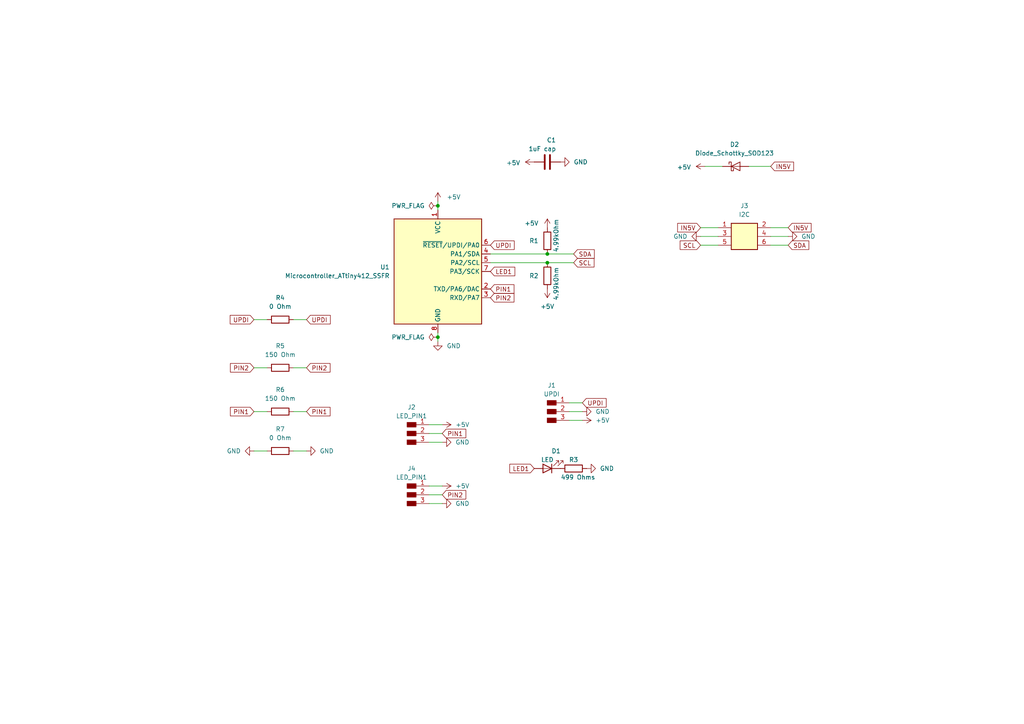
<source format=kicad_sch>
(kicad_sch (version 20231120) (generator "eeschema") (generator_version "8.0")
  (paper "A4")
  (lib_symbols
    (symbol "Device:LED" (pin_numbers hide) (pin_names (offset 1.016) hide)
      (property "Reference" "D" (at 0 2.54 0))
      (property "Value" "LED" (at 0 -2.54 0))
      (symbol "LED_0_1"
        (polyline (pts (xy -1.27 -1.27) (xy -1.27 1.27)) (stroke (width 0.254)))
        (polyline (pts (xy -1.27 0) (xy 1.27 0)))
        (polyline (pts (xy 1.27 -1.27) (xy 1.27 1.27) (xy -1.27 0) (xy 1.27 -1.27)) (stroke (width 0.254)))
        (polyline (pts (xy -3.048 -0.762) (xy -4.572 -2.286) (xy -3.81 -2.286) (xy -4.572 -2.286) (xy -4.572 -1.524)))
        (polyline (pts (xy -1.778 -0.762) (xy -3.302 -2.286) (xy -2.54 -2.286) (xy -3.302 -2.286) (xy -3.302 -1.524)))
      )
      (symbol "LED_1_1"
        (pin passive line (at -3.81 0 0) (length 2.54) (name "K") (number "1"))
        (pin passive line (at 3.81 0 180) (length 2.54) (name "A") (number "2"))
      )
    )
    (symbol "Device:R" (pin_numbers hide) (pin_names (offset 0))
      (property "Reference" "R" (at 2.032 0 90))
      (property "Value" "R" (at 0 0 90))
      (symbol "R_0_1"
        (rectangle (start -1.016 -2.54) (end 1.016 2.54) (stroke (width 0.254)))
      )
      (symbol "R_1_1"
        (pin passive line (at 0 3.81 270) (length 1.27) (name "~") (number "1"))
        (pin passive line (at 0 -3.81 90) (length 1.27) (name "~") (number "2"))
      )
    )
    (symbol "Fab:Conn_PinHeader_1x03_P2.54mm_Horizontal_SMD" (pin_names hide)
      (property "Reference" "J" (at 0 5.08 0))
      (property "Value" "Conn_PinHeader_1x03_P2.54mm_Horizontal_SMD" (at 0 -5.08 0))
      (symbol "Conn_PinHeader_1x03_P2.54mm_Horizontal_SMD_1_1"
        (rectangle (start -1.27 -1.905) (end 1.27 -3.175) (stroke (width 0.254)) (fill (type outline)))
        (rectangle (start -1.27 0.635) (end 1.27 -0.635) (stroke (width 0.254)) (fill (type outline)))
        (rectangle (start -1.27 3.175) (end 1.27 1.905) (stroke (width 0.254)) (fill (type outline)))
        (pin passive line (at 5.08 2.54 180) (length 3.81) (name "Pin_1") (number "1"))
        (pin passive line (at 5.08 0 180) (length 3.81) (name "Pin_2") (number "2"))
        (pin passive line (at 5.08 -2.54 180) (length 3.81) (name "Pin_3") (number "3"))
      )
    )
    (symbol "Fab:Conn_PinHeader_2x03_P2.54mm_Vertical_SMD" (pin_names hide)
      (property "Reference" "J" (at 0 5.08 0))
      (property "Value" "Conn_PinHeader_2x03_P2.54mm_Vertical_SMD" (at 0 -5.08 0))
      (symbol "Conn_PinHeader_2x03_P2.54mm_Vertical_SMD_1_1"
        (rectangle (start -3.81 3.81) (end 3.81 -3.81) (stroke (width 0.254)) (fill (type background)))
        (pin passive line (at -7.62 2.54 0) (length 3.81) (name "Pin_1") (number "1"))
        (pin passive line (at 7.62 2.54 180) (length 3.81) (name "Pin_2") (number "2"))
        (pin passive line (at -7.62 0 0) (length 3.81) (name "Pin_3") (number "3"))
        (pin passive line (at 7.62 0 180) (length 3.81) (name "Pin_4") (number "4"))
        (pin passive line (at -7.62 -2.54 0) (length 3.81) (name "Pin_5") (number "5"))
        (pin passive line (at 7.62 -2.54 180) (length 3.81) (name "Pin_6") (number "6"))
      )
    )
    (symbol "Fab:Diode_Schottky_SOD123" (pin_numbers hide) (pin_names (offset 1.016) hide)
      (property "Reference" "D" (at 0 2.54 0))
      (property "Value" "Diode_Schottky_SOD123" (at 0 -2.54 0))
      (symbol "Diode_Schottky_SOD123_0_1"
        (polyline (pts (xy 1.27 0) (xy -1.27 0)))
        (polyline (pts (xy 1.27 1.27) (xy 1.27 -1.27) (xy -1.27 0) (xy 1.27 1.27)) (stroke (width 0.2032)))
        (polyline (pts (xy -1.905 0.635) (xy -1.905 1.27) (xy -1.27 1.27) (xy -1.27 -1.27) (xy -0.635 -1.27) (xy -0.635 -0.635)) (stroke (width 0.2032)))
      )
      (symbol "Diode_Schottky_SOD123_1_1"
        (pin passive line (at -3.81 0 0) (length 2.54) (name "K") (number "1"))
        (pin passive line (at 3.81 0 180) (length 2.54) (name "A") (number "2"))
      )
    )
    (symbol "Fab:PWR_FLAG" (power) (pin_numbers hide) (pin_names (offset 0) hide)
      (property "Value" "PWR_FLAG" (at 0 3.81 0))
      (symbol "PWR_FLAG_0_1"
        (polyline (pts (xy 0 0) (xy 0 1.27) (xy -1.016 1.905) (xy 0 2.54) (xy 1.016 1.905) (xy 0 1.27)))
      )
      (symbol "PWR_FLAG_1_0"
        (pin power_out line (at 0 0 90) (length 0) (name "PWR_FLAG") (number "1"))
      )
    )
    (symbol "fab.kicad_sym:C" (pin_numbers hide) (pin_names (offset 0.254))
      (property "Reference" "C" (at 0.635 2.54 0))
      (property "Value" "C" (at 0.635 -2.54 0))
      (symbol "C_0_1"
        (polyline (pts (xy -2.032 -0.762) (xy 2.032 -0.762)) (stroke (width 0.508)))
        (polyline (pts (xy -2.032 0.762) (xy 2.032 0.762)) (stroke (width 0.508)))
      )
      (symbol "C_1_1"
        (pin passive line (at 0 3.81 270) (length 2.794) (name "~") (number "1"))
        (pin passive line (at 0 -3.81 90) (length 2.794) (name "~") (number "2"))
      )
    )
    (symbol "fab.kicad_sym:Microcontroller_ATtiny412_SSFR"
      (property "Reference" "U" (at -12.7 17.78 0))
      (property "Value" "Microcontroller_ATtiny412_SSFR" (at 2.54 17.78 0))
      (symbol "Microcontroller_ATtiny412_SSFR_0_1"
        (rectangle (start -12.7 -15.24) (end 12.7 15.24) (stroke (width 0.254)) (fill (type background)))
      )
      (symbol "Microcontroller_ATtiny412_SSFR_1_1"
        (pin power_in line (at 0 17.78 270) (length 2.54) (name "VCC") (number "1"))
        (pin bidirectional line (at 15.24 -5.08 180) (length 2.54) (name "TXD/PA6/DAC") (number "2"))
        (pin bidirectional line (at 15.24 -7.62 180) (length 2.54) (name "RXD/PA7") (number "3"))
        (pin bidirectional line (at 15.24 5.08 180) (length 2.54) (name "PA1/SDA") (number "4"))
        (pin bidirectional line (at 15.24 2.54 180) (length 2.54) (name "PA2/SCL") (number "5"))
        (pin bidirectional line (at 15.24 7.62 180) (length 2.54) (name "~{RESET}/UPDI/PA0") (number "6"))
        (pin bidirectional line (at 15.24 0 180) (length 2.54) (name "PA3/SCK") (number "7"))
        (pin power_in line (at 0 -17.78 90) (length 2.54) (name "GND") (number "8"))
      )
    )
    (symbol "fab.kicad_sym:Power_+5V" (power) (pin_names (offset 0))
      (property "Value" "Power_+5V" (at 0 3.556 0))
      (symbol "Power_+5V_0_1"
        (polyline (pts (xy -0.762 1.27) (xy 0 2.54)))
        (polyline (pts (xy 0 0) (xy 0 2.54)))
        (polyline (pts (xy 0 2.54) (xy 0.762 1.27)))
      )
      (symbol "Power_+5V_1_1"
        (pin power_in line (at 0 0 90) (length 0) hide (name "+5V") (number "1"))
      )
    )
    (symbol "fab.kicad_sym:Power_GND" (power) (pin_names (offset 0))
      (property "Value" "Power_GND" (at 0 -3.81 0))
      (symbol "Power_GND_0_1"
        (polyline (pts (xy 0 0) (xy 0 -1.27) (xy 1.27 -1.27) (xy 0 -2.54) (xy -1.27 -1.27) (xy 0 -1.27)))
      )
      (symbol "Power_GND_1_1"
        (pin power_in line (at 0 0 270) (length 0) hide (name "GND") (number "1"))
      )
    )
    (symbol "fab.kicad_sym:R" (pin_numbers hide) (pin_names (offset 0))
      (property "Reference" "R" (at 2.032 0 90))
      (property "Value" "R" (at 0 0 90))
      (symbol "R_0_1"
        (rectangle (start -1.016 -2.54) (end 1.016 2.54) (stroke (width 0.254)))
      )
      (symbol "R_1_1"
        (pin passive line (at 0 3.81 270) (length 1.27) (name "~") (number "1"))
        (pin passive line (at 0 -3.81 90) (length 1.27) (name "~") (number "2"))
      )
    )
  )
  (junction (at 127 59.69))
  (junction (at 158.75 73.66))
  (junction (at 127 97.79))
  (junction (at 158.75 76.2))
  (wire (pts (xy 142.24 73.66) (xy 158.75 73.66)))
  (wire (pts (xy 124.46 143.51) (xy 128.27 143.51)))
  (wire (pts (xy 168.91 116.84) (xy 165.1 116.84)))
  (wire (pts (xy 85.09 106.68) (xy 88.9 106.68)))
  (wire (pts (xy 142.24 76.2) (xy 158.75 76.2)))
  (wire (pts (xy 204.47 48.26) (xy 209.55 48.26)))
  (wire (pts (xy 168.91 119.38) (xy 165.1 119.38)))
  (wire (pts (xy 127 97.79) (xy 127 96.52)))
  (wire (pts (xy 127 58.42) (xy 127 59.69)))
  (wire (pts (xy 158.75 76.2) (xy 166.37 76.2)))
  (wire (pts (xy 73.66 92.71) (xy 77.47 92.71)))
  (wire (pts (xy 223.52 71.12) (xy 228.6 71.12)))
  (wire (pts (xy 127 59.69) (xy 127 60.96)))
  (wire (pts (xy 73.66 106.68) (xy 77.47 106.68)))
  (wire (pts (xy 166.37 73.66) (xy 158.75 73.66)))
  (wire (pts (xy 73.66 119.38) (xy 77.47 119.38)))
  (wire (pts (xy 168.91 121.92) (xy 165.1 121.92)))
  (wire (pts (xy 124.46 123.19) (xy 128.27 123.19)))
  (wire (pts (xy 73.66 130.81) (xy 77.47 130.81)))
  (wire (pts (xy 124.46 146.05) (xy 128.27 146.05)))
  (wire (pts (xy 88.9 119.38) (xy 85.09 119.38)))
  (wire (pts (xy 124.46 140.97) (xy 128.27 140.97)))
  (wire (pts (xy 208.28 71.12) (xy 203.2 71.12)))
  (wire (pts (xy 85.09 92.71) (xy 88.9 92.71)))
  (wire (pts (xy 208.28 66.04) (xy 203.2 66.04)))
  (wire (pts (xy 127 99.06) (xy 127 97.79)))
  (wire (pts (xy 208.28 68.58) (xy 203.2 68.58)))
  (wire (pts (xy 223.52 66.04) (xy 228.6 66.04)))
  (wire (pts (xy 88.9 130.81) (xy 85.09 130.81)))
  (wire (pts (xy 124.46 125.73) (xy 128.27 125.73)))
  (wire (pts (xy 124.46 128.27) (xy 128.27 128.27)))
  (wire (pts (xy 223.52 68.58) (xy 228.6 68.58)))
  (wire (pts (xy 217.17 48.26) (xy 223.52 48.26)))
  (global_label "IN5V" (shape input) (at 223.52 48.26 0) (property "Intersheetrefs" "${INTERSHEET_REFS}" (effects (hide yes))))
  (global_label "SDA" (shape input) (at 166.37 73.66 0) (property "Intersheetrefs" "${INTERSHEET_REFS}" (effects (hide yes))))
  (global_label "SCL" (shape input) (at 166.37 76.2 0) (property "Intersheetrefs" "${INTERSHEET_REFS}" (effects (hide yes))))
  (global_label "LED1" (shape input) (at 154.94 135.89 180) (property "Intersheetrefs" "${INTERSHEET_REFS}" (effects (hide yes))))
  (global_label "LED1" (shape input) (at 142.24 78.74 0) (property "Intersheetrefs" "${INTERSHEET_REFS}" (effects (hide yes))))
  (global_label "IN5V" (shape input) (at 228.6 66.04 0) (property "Intersheetrefs" "${INTERSHEET_REFS}" (effects (hide yes))))
  (global_label "UPDI" (shape input) (at 88.9 92.71 0) (property "Intersheetrefs" "${INTERSHEET_REFS}" (effects (hide yes))))
  (global_label "UPDI" (shape input) (at 73.66 92.71 180) (property "Intersheetrefs" "${INTERSHEET_REFS}" (effects (hide yes))))
  (global_label "PIN2" (shape input) (at 142.24 86.36 0) (property "Intersheetrefs" "${INTERSHEET_REFS}" (effects (hide yes))))
  (global_label "PIN2" (shape input) (at 73.66 106.68 180) (property "Intersheetrefs" "${INTERSHEET_REFS}" (effects (hide yes))))
  (global_label "PIN1" (shape input) (at 73.66 119.38 180) (property "Intersheetrefs" "${INTERSHEET_REFS}" (effects (hide yes))))
  (global_label "UPDI" (shape input) (at 168.91 116.84 0) (property "Intersheetrefs" "${INTERSHEET_REFS}" (effects (hide yes))))
  (global_label "SDA" (shape input) (at 228.6 71.12 0) (property "Intersheetrefs" "${INTERSHEET_REFS}" (effects (hide yes))))
  (global_label "IN5V" (shape input) (at 203.2 66.04 180) (property "Intersheetrefs" "${INTERSHEET_REFS}" (effects (hide yes))))
  (global_label "SCL" (shape input) (at 203.2 71.12 180) (property "Intersheetrefs" "${INTERSHEET_REFS}" (effects (hide yes))))
  (global_label "PIN2" (shape input) (at 128.27 143.51 0) (property "Intersheetrefs" "${INTERSHEET_REFS}" (effects (hide yes))))
  (global_label "UPDI" (shape input) (at 142.24 71.12 0) (property "Intersheetrefs" "${INTERSHEET_REFS}" (effects (hide yes))))
  (global_label "PIN1" (shape input) (at 128.27 125.73 0) (property "Intersheetrefs" "${INTERSHEET_REFS}" (effects (hide yes))))
  (global_label "PIN1" (shape input) (at 88.9 119.38 0) (property "Intersheetrefs" "${INTERSHEET_REFS}" (effects (hide yes))))
  (global_label "PIN1" (shape input) (at 142.24 83.82 0) (property "Intersheetrefs" "${INTERSHEET_REFS}" (effects (hide yes))))
  (global_label "PIN2" (shape input) (at 88.9 106.68 0) (property "Intersheetrefs" "${INTERSHEET_REFS}" (effects (hide yes))))
  (symbol (lib_id "Fab:PWR_FLAG") (at 127 59.69 90) (unit 1)
    (property "Reference" "#FLG01" (effects (hide yes)))
    (property "Value" "PWR_FLAG" (at 123.19 59.6899 90) (effects (justify left)))
    (property "Description" "Special symbol for telling ERC where power comes from" (effects (hide yes)))
  )
  (symbol (lib_id "fab.kicad_sym:Power_GND") (at 170.18 135.89 90) (unit 1)
    (property "Reference" "#PWR0116" (effects (hide yes)))
    (property "Value" "GND" (at 173.99 135.8899 90) (effects (justify right)))
  )
  (symbol (lib_id "Device:R") (at 158.75 80.01 180) (unit 1)
    (property "Reference" "R2" (at 156.21 80.01 0) (effects (justify left)))
    (property "Value" "4.99kOhm" (at 161.29 77.47 90) (effects (justify left)))
    (property "Footprint" "Fab:R_1206" (effects (hide yes)))
  )
  (symbol (lib_id "Fab:PWR_FLAG") (at 127 97.79 90) (unit 1)
    (property "Reference" "#FLG02" (effects (hide yes)))
    (property "Value" "PWR_FLAG" (at 123.19 97.7899 90) (effects (justify left)))
    (property "Description" "Special symbol for telling ERC where power comes from" (effects (hide yes)))
  )
  (symbol (lib_id "fab.kicad_sym:Power_GND") (at 168.91 119.38 90) (unit 1)
    (property "Reference" "#PWR0114" (effects (hide yes)))
    (property "Value" "GND" (at 172.72 119.3799 90) (effects (justify right)))
  )
  (symbol (lib_id "Fab:Conn_PinHeader_1x03_P2.54mm_Horizontal_SMD") (at 119.38 143.51 0) (unit 1)
    (property "Reference" "J4" (at 119.38 135.89 0))
    (property "Value" "LED_PIN1" (at 119.38 138.43 0))
    (property "Footprint" "Fab:PinHeader_1x03_P2.54mm_Horizontal_SMD" (effects (hide yes)))
    (property "Description" "Male connector, single row" (effects (hide yes)))
  )
  (symbol (lib_id "fab.kicad_sym:C") (at 158.75 46.99 90) (unit 1)
    (property "Reference" "C1" (at 161.29 40.64 90) (effects (justify left)))
    (property "Value" "1uF cap" (at 161.29 43.18 90) (effects (justify left)))
    (property "Footprint" "fab:C_1206" (effects (hide yes)))
  )
  (symbol (lib_id "Fab:Diode_Schottky_SOD123") (at 213.36 48.26 0) (unit 1)
    (property "Reference" "D2" (at 213.0425 41.91 0))
    (property "Value" "Diode_Schottky_SOD123" (at 213.0425 44.45 0))
    (property "Footprint" "Fab:SOD-123T" (effects (hide yes)))
    (property "Datasheet" "https://www.st.com/content/ccc/resource/technical/document/datasheet/c6/32/d4/4a/28/d3/4b/11/CD00004930.pdf/files/CD00004930.pdf/jcr:content/translations/en.CD00004930.pdf" (effects (hide yes)))
    (property "Description" "Schottky diode" (effects (hide yes)))
  )
  (symbol (lib_id "Fab:Conn_PinHeader_1x03_P2.54mm_Horizontal_SMD") (at 160.02 119.38 0) (unit 1)
    (property "Reference" "J1" (at 160.02 111.76 0))
    (property "Value" "UPDI" (at 160.02 114.3 0))
    (property "Footprint" "Fab:PinHeader_1x03_P2.54mm_Horizontal_SMD" (effects (hide yes)))
    (property "Description" "Male connector, single row" (effects (hide yes)))
  )
  (symbol (lib_id "fab.kicad_sym:Power_+5V") (at 128.27 140.97 270) (unit 1)
    (property "Reference" "#PWR05" (effects (hide yes)))
    (property "Value" "+5V" (at 132.08 140.9699 90) (effects (justify left)))
  )
  (symbol (lib_id "Device:R") (at 81.28 130.81 270) (unit 1)
    (property "Reference" "R7" (at 81.28 124.46 90))
    (property "Value" "0 Ohm" (at 81.28 127 90))
    (property "Footprint" "Fab:R_1206" (effects (hide yes)))
  )
  (symbol (lib_id "Device:R") (at 81.28 106.68 270) (unit 1)
    (property "Reference" "R5" (at 81.28 100.33 90))
    (property "Value" "150 Ohm" (at 81.28 102.87 90))
    (property "Footprint" "Fab:R_1206" (effects (hide yes)))
  )
  (symbol (lib_id "fab.kicad_sym:Power_GND") (at 128.27 146.05 90) (unit 1)
    (property "Reference" "#PWR06" (effects (hide yes)))
    (property "Value" "GND" (at 132.08 146.0499 90) (effects (justify right)))
  )
  (symbol (lib_id "Device:LED") (at 158.75 135.89 180) (unit 1)
    (property "Reference" "D1" (at 161.29 130.81 0))
    (property "Value" "LED" (at 158.75 133.35 0))
    (property "Footprint" "Fab:LED_1206" (effects (hide yes)))
  )
  (symbol (lib_id "Fab:Conn_PinHeader_1x03_P2.54mm_Horizontal_SMD") (at 119.38 125.73 0) (unit 1)
    (property "Reference" "J2" (at 119.38 118.11 0))
    (property "Value" "LED_PIN1" (at 119.38 120.65 0))
    (property "Footprint" "Fab:PinHeader_1x03_P2.54mm_Horizontal_SMD" (effects (hide yes)))
    (property "Description" "Male connector, single row" (effects (hide yes)))
  )
  (symbol (lib_id "fab.kicad_sym:Power_+5V") (at 204.47 48.26 90) (unit 1)
    (property "Reference" "#PWR02" (effects (hide yes)))
    (property "Value" "+5V" (at 196.342 48.514 90) (effects (justify right)))
  )
  (symbol (lib_id "fab.kicad_sym:Power_GND") (at 88.9 130.81 90) (unit 1)
    (property "Reference" "#PWR07" (effects (hide yes)))
    (property "Value" "GND" (at 92.71 130.8099 90) (effects (justify right)))
  )
  (symbol (lib_id "Device:R") (at 81.28 119.38 270) (unit 1)
    (property "Reference" "R6" (at 81.28 113.03 90))
    (property "Value" "150 Ohm" (at 81.28 115.57 90))
    (property "Footprint" "Fab:R_1206" (effects (hide yes)))
  )
  (symbol (lib_id "Device:R") (at 81.28 92.71 270) (unit 1)
    (property "Reference" "R4" (at 81.28 86.36 90))
    (property "Value" "0 Ohm" (at 81.28 88.9 90))
    (property "Footprint" "Fab:R_1206" (effects (hide yes)))
  )
  (symbol (lib_id "fab.kicad_sym:Power_+5V") (at 158.75 83.82 180) (unit 1)
    (property "Reference" "#PWR0106" (effects (hide yes)))
    (property "Value" "+5V" (at 158.75 88.9 0))
  )
  (symbol (lib_id "fab.kicad_sym:Power_GND") (at 73.66 130.81 270) (unit 1)
    (property "Reference" "#PWR08" (effects (hide yes)))
    (property "Value" "GND" (at 69.85 130.8099 90) (effects (justify right)))
  )
  (symbol (lib_id "fab.kicad_sym:R") (at 166.37 135.89 90) (unit 1)
    (property "Reference" "R3" (at 166.37 133.35 90))
    (property "Value" "499 Ohms" (at 167.64 138.43 90))
    (property "Footprint" "fab:R_1206" (effects (hide yes)))
  )
  (symbol (lib_id "fab.kicad_sym:Power_GND") (at 203.2 68.58 270) (unit 1)
    (property "Reference" "#PWR01" (effects (hide yes)))
    (property "Value" "GND" (at 199.39 68.5801 90) (effects (justify right)))
  )
  (symbol (lib_id "fab.kicad_sym:Power_+5V") (at 128.27 123.19 270) (unit 1)
    (property "Reference" "#PWR03" (effects (hide yes)))
    (property "Value" "+5V" (at 132.08 123.1899 90) (effects (justify left)))
  )
  (symbol (lib_id "fab.kicad_sym:Power_GND") (at 127 99.06 0) (unit 1)
    (property "Reference" "#PWR0113" (effects (hide yes)))
    (property "Value" "GND" (at 129.54 100.3299 0) (effects (justify left)))
  )
  (symbol (lib_id "fab.kicad_sym:Power_GND") (at 228.6 68.58 90) (unit 1)
    (property "Reference" "#PWR0108" (effects (hide yes)))
    (property "Value" "GND" (at 232.41 68.5799 90) (effects (justify right)))
  )
  (symbol (lib_id "fab.kicad_sym:Microcontroller_ATtiny412_SSFR") (at 127 78.74 0) (unit 1)
    (property "Reference" "U1" (at 113.03 77.4699 0) (effects (justify right)))
    (property "Value" "Microcontroller_ATtiny412_SSFR" (at 113.03 80.0099 0) (effects (justify right)))
    (property "Footprint" "fab:SOIC-8_3.9x4.9mm_P1.27mm" (effects (hide yes)))
    (property "Datasheet" "http://ww1.microchip.com/downloads/en/DeviceDoc/40001911A.pdf" (effects (hide yes)))
  )
  (symbol (lib_id "fab.kicad_sym:Power_+5V") (at 158.75 66.04 0) (unit 1)
    (property "Reference" "#PWR0101" (effects (hide yes)))
    (property "Value" "+5V" (at 156.21 64.7701 0) (effects (justify right)))
  )
  (symbol (lib_id "fab.kicad_sym:Power_+5V") (at 154.94 46.99 90) (unit 1)
    (property "Reference" "#PWR0110" (effects (hide yes)))
    (property "Value" "+5V" (at 146.812 47.244 90) (effects (justify right)))
  )
  (symbol (lib_id "Device:R") (at 158.75 69.85 180) (unit 1)
    (property "Reference" "R1" (at 156.21 69.85 0) (effects (justify left)))
    (property "Value" "4.99kOhm" (at 161.29 63.5 90) (effects (justify left)))
    (property "Footprint" "Fab:R_1206" (effects (hide yes)))
  )
  (symbol (lib_id "fab.kicad_sym:Power_+5V") (at 127 58.42 0) (unit 1)
    (property "Reference" "#PWR0109" (effects (hide yes)))
    (property "Value" "+5V" (at 129.54 57.1499 0) (effects (justify left)))
  )
  (symbol (lib_id "fab.kicad_sym:Power_GND") (at 162.56 46.99 90) (unit 1)
    (property "Reference" "#PWR0117" (effects (hide yes)))
    (property "Value" "GND" (at 166.37 46.9899 90) (effects (justify right)))
  )
  (symbol (lib_id "Fab:Conn_PinHeader_2x03_P2.54mm_Vertical_SMD") (at 215.9 68.58 0) (unit 1)
    (property "Reference" "J3" (at 215.9 59.69 0))
    (property "Value" "I2C" (at 215.9 62.23 0))
    (property "Footprint" "Fab:PinHeader_2x03_P2.54mm_Vertical_SMD" (effects (hide yes)))
    (property "Datasheet" "https://cdn.amphenol-icc.com/media/wysiwyg/files/drawing/95278.pdf" (effects (hide yes)))
    (property "Description" "Connector Header Surface Mount 6 position 0.100\" (2.54mm)" (effects (hide yes)))
  )
  (symbol (lib_id "fab.kicad_sym:Power_GND") (at 128.27 128.27 90) (unit 1)
    (property "Reference" "#PWR04" (effects (hide yes)))
    (property "Value" "GND" (at 132.08 128.2699 90) (effects (justify right)))
  )
  (symbol (lib_id "fab.kicad_sym:Power_+5V") (at 168.91 121.92 270) (unit 1)
    (property "Reference" "#PWR0115" (effects (hide yes)))
    (property "Value" "+5V" (at 172.72 121.9199 90) (effects (justify left)))
  )
)
</source>
